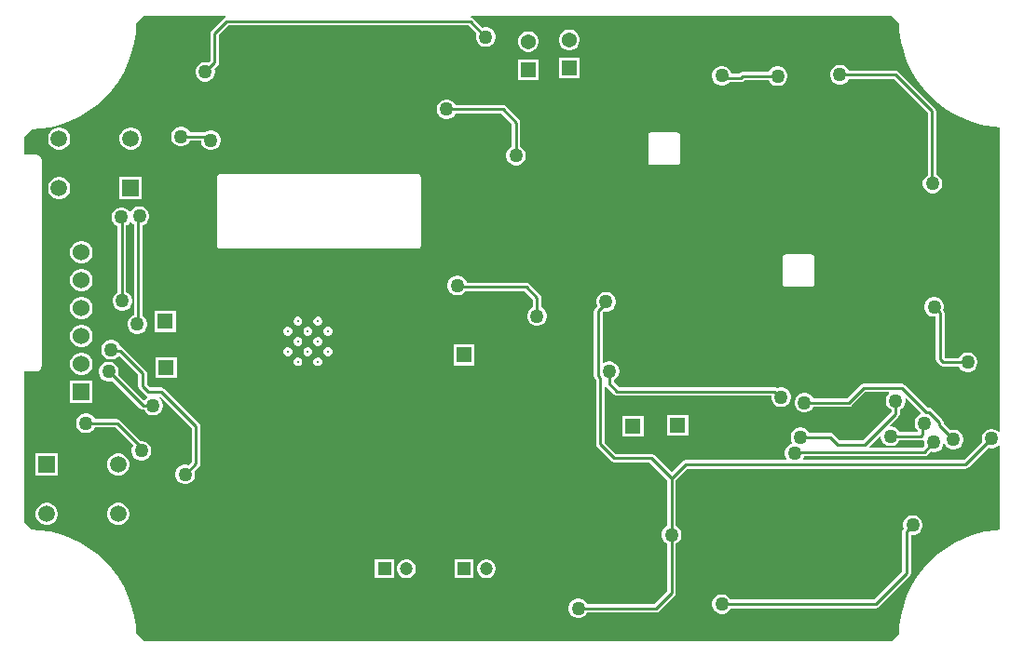
<source format=gbl>
G04*
G04 #@! TF.GenerationSoftware,Altium Limited,Altium Designer,22.5.1 (42)*
G04*
G04 Layer_Physical_Order=2*
G04 Layer_Color=16711680*
%FSLAX44Y44*%
%MOMM*%
G71*
G04*
G04 #@! TF.SameCoordinates,196CC927-6612-49A9-9877-457204B07366*
G04*
G04*
G04 #@! TF.FilePolarity,Positive*
G04*
G01*
G75*
%ADD15C,0.2540*%
%ADD72R,1.3700X1.3700*%
%ADD73C,0.3000*%
%ADD74C,1.2000*%
%ADD75R,1.2000X1.2000*%
%ADD76R,1.5000X1.5000*%
%ADD77C,1.5000*%
%ADD78R,1.5300X1.5300*%
%ADD79C,1.5300*%
%ADD80R,1.3700X1.3700*%
%ADD81C,1.3700*%
%ADD82C,1.2700*%
G36*
X355784Y265496D02*
X356143Y258184D01*
X357543Y248746D01*
X359862Y239490D01*
X363077Y230506D01*
X367156Y221880D01*
X372062Y213696D01*
X377746Y206031D01*
X384154Y198961D01*
X391224Y192553D01*
X398888Y186869D01*
X407072Y181964D01*
X415698Y177884D01*
X424682Y174669D01*
X433938Y172351D01*
X443377Y170951D01*
X447769Y170735D01*
Y-106226D01*
X446498Y-106752D01*
X445282Y-105535D01*
X443255Y-104365D01*
X440993Y-103759D01*
X438653D01*
X436392Y-104365D01*
X434365Y-105535D01*
X432709Y-107190D01*
X431539Y-109218D01*
X430933Y-111479D01*
Y-113819D01*
X431404Y-115575D01*
X414867Y-132111D01*
X268998D01*
X268397Y-130841D01*
X269306Y-129267D01*
X269503Y-128532D01*
X378676D01*
X380162Y-128236D01*
X381423Y-127394D01*
X384471Y-124346D01*
X386226Y-124817D01*
X388567D01*
X390828Y-124211D01*
X392855Y-123040D01*
X394510Y-121385D01*
X395681Y-119358D01*
X396139Y-117647D01*
X397502Y-117467D01*
X398277Y-118810D01*
X399932Y-120465D01*
X401959Y-121636D01*
X404221Y-122241D01*
X406561D01*
X408822Y-121636D01*
X410849Y-120465D01*
X412505Y-118810D01*
X413675Y-116783D01*
X414281Y-114522D01*
Y-112181D01*
X413675Y-109920D01*
X412505Y-107893D01*
X410849Y-106237D01*
X408822Y-105067D01*
X406561Y-104461D01*
X404221D01*
X402465Y-104932D01*
X396452Y-98918D01*
Y-97905D01*
X396156Y-96418D01*
X395314Y-95158D01*
X385809Y-85653D01*
X384548Y-84811D01*
X383062Y-84515D01*
X382048D01*
X361272Y-63738D01*
X360011Y-62896D01*
X358525Y-62601D01*
X323425D01*
X321938Y-62896D01*
X320678Y-63738D01*
X308501Y-75915D01*
X277918D01*
X277009Y-74341D01*
X275354Y-72686D01*
X273327Y-71516D01*
X271066Y-70910D01*
X268725D01*
X266464Y-71516D01*
X264437Y-72686D01*
X262782Y-74341D01*
X261611Y-76368D01*
X261006Y-78630D01*
Y-80970D01*
X261611Y-83231D01*
X262782Y-85259D01*
X264437Y-86914D01*
X266464Y-88084D01*
X268725Y-88690D01*
X271066D01*
X273327Y-88084D01*
X275354Y-86914D01*
X277009Y-85259D01*
X277918Y-83685D01*
X310110D01*
X311597Y-83389D01*
X312857Y-82547D01*
X325034Y-70370D01*
X346306D01*
X346833Y-71640D01*
X345572Y-72900D01*
X344402Y-74927D01*
X343796Y-77188D01*
Y-79529D01*
X344402Y-81790D01*
X345572Y-83817D01*
X347228Y-85472D01*
X348801Y-86381D01*
Y-88446D01*
X323052Y-114195D01*
X301642D01*
X295872Y-108425D01*
X294611Y-107583D01*
X293125Y-107287D01*
X274277D01*
X273368Y-105713D01*
X271713Y-104058D01*
X269686Y-102888D01*
X267425Y-102282D01*
X265084D01*
X262823Y-102888D01*
X260796Y-104058D01*
X259141Y-105713D01*
X257971Y-107741D01*
X257365Y-110002D01*
Y-112342D01*
X257971Y-114603D01*
X258736Y-115930D01*
X258201Y-117388D01*
X257590Y-117551D01*
X255563Y-118722D01*
X253908Y-120377D01*
X252737Y-122404D01*
X252132Y-124665D01*
Y-127006D01*
X252737Y-129267D01*
X253646Y-130841D01*
X253045Y-132111D01*
X161710D01*
X160224Y-132407D01*
X158963Y-133249D01*
X149208Y-143004D01*
X133716Y-127512D01*
X132456Y-126670D01*
X130969Y-126374D01*
X98561D01*
X88392Y-116206D01*
Y-79727D01*
X88392Y-79727D01*
Y-65356D01*
X89662Y-64971D01*
X89910Y-65342D01*
X97029Y-72461D01*
X98289Y-73303D01*
X99776Y-73599D01*
X239834D01*
X239886Y-73667D01*
Y-76008D01*
X240492Y-78269D01*
X241663Y-80296D01*
X243318Y-81951D01*
X245345Y-83121D01*
X247606Y-83727D01*
X249947D01*
X252208Y-83121D01*
X254235Y-81951D01*
X255890Y-80296D01*
X257061Y-78269D01*
X257666Y-76008D01*
Y-73667D01*
X257061Y-71406D01*
X255890Y-69379D01*
X254235Y-67723D01*
X252208Y-66553D01*
X249947Y-65947D01*
X247606D01*
X245345Y-66553D01*
X244804Y-66866D01*
X243695Y-66125D01*
X242209Y-65830D01*
X101385D01*
X96542Y-60986D01*
Y-59316D01*
X98116Y-58407D01*
X99771Y-56752D01*
X100941Y-54725D01*
X101547Y-52464D01*
Y-50123D01*
X100941Y-47862D01*
X99771Y-45835D01*
X98116Y-44180D01*
X96088Y-43009D01*
X93827Y-42403D01*
X91487D01*
X89226Y-43009D01*
X87652Y-43918D01*
X86382Y-43317D01*
Y1825D01*
X87853Y3297D01*
X88500Y3123D01*
X90841D01*
X93102Y3729D01*
X95129Y4899D01*
X96784Y6555D01*
X97954Y8582D01*
X98560Y10843D01*
Y13184D01*
X97954Y15445D01*
X96784Y17472D01*
X95129Y19127D01*
X93102Y20297D01*
X90841Y20903D01*
X88500D01*
X86239Y20297D01*
X84212Y19127D01*
X82556Y17472D01*
X81386Y15445D01*
X80780Y13184D01*
Y10843D01*
X81386Y8582D01*
X81666Y8097D01*
X79750Y6181D01*
X78908Y4921D01*
X78612Y3435D01*
Y-55502D01*
X78908Y-56989D01*
X79750Y-58249D01*
X80623Y-59122D01*
Y-79727D01*
X80623Y-79727D01*
Y-117815D01*
X80919Y-119301D01*
X81761Y-120561D01*
X94205Y-133005D01*
X95465Y-133848D01*
X96952Y-134143D01*
X129360D01*
X145324Y-150107D01*
Y-191979D01*
X143750Y-192888D01*
X142095Y-194543D01*
X140924Y-196570D01*
X140318Y-198831D01*
Y-201172D01*
X140924Y-203433D01*
X142095Y-205460D01*
X143750Y-207115D01*
X145324Y-208024D01*
Y-251091D01*
X133325Y-263091D01*
X72378D01*
X71469Y-261517D01*
X69814Y-259862D01*
X67787Y-258691D01*
X65526Y-258085D01*
X63185D01*
X60924Y-258691D01*
X58897Y-259862D01*
X57242Y-261517D01*
X56071Y-263544D01*
X55465Y-265805D01*
Y-268146D01*
X56071Y-270407D01*
X57242Y-272434D01*
X58897Y-274089D01*
X60924Y-275259D01*
X63185Y-275865D01*
X65526D01*
X67787Y-275259D01*
X69814Y-274089D01*
X71469Y-272434D01*
X72378Y-270860D01*
X134934D01*
X136420Y-270564D01*
X137681Y-269722D01*
X151955Y-255447D01*
X152797Y-254187D01*
X153093Y-252701D01*
Y-208024D01*
X154667Y-207115D01*
X156322Y-205460D01*
X157493Y-203433D01*
X158098Y-201172D01*
Y-198831D01*
X157493Y-196570D01*
X156322Y-194543D01*
X154667Y-192888D01*
X153093Y-191979D01*
Y-150107D01*
X163319Y-139880D01*
X416476D01*
X417963Y-139585D01*
X419223Y-138743D01*
X436897Y-121069D01*
X438653Y-121539D01*
X440993D01*
X443255Y-120933D01*
X445282Y-119763D01*
X446498Y-118546D01*
X447769Y-119072D01*
Y-195693D01*
X443377Y-195909D01*
X433938Y-197309D01*
X424682Y-199627D01*
X415698Y-202842D01*
X407072Y-206922D01*
X398888Y-211827D01*
X391224Y-217511D01*
X384154Y-223919D01*
X377746Y-230989D01*
X372062Y-238653D01*
X367156Y-246838D01*
X363077Y-255464D01*
X359862Y-264448D01*
X357543Y-273704D01*
X356143Y-283142D01*
X355784Y-290453D01*
X349179Y-297059D01*
X-329417D01*
X-337393Y-290222D01*
X-337741Y-283142D01*
X-339141Y-273704D01*
X-341460Y-264448D01*
X-344674Y-255464D01*
X-348754Y-246838D01*
X-353660Y-238653D01*
X-359344Y-230989D01*
X-365752Y-223919D01*
X-372822Y-217511D01*
X-380486Y-211827D01*
X-388670Y-206922D01*
X-397296Y-202842D01*
X-406280Y-199627D01*
X-415536Y-197309D01*
X-424975Y-195909D01*
X-432286Y-195550D01*
X-438891Y-188944D01*
Y-51749D01*
X-428155D01*
X-426189Y-51358D01*
X-424522Y-50244D01*
X-423408Y-48577D01*
X-423017Y-46610D01*
Y140715D01*
X-423408Y142681D01*
X-424522Y144348D01*
X-426189Y145462D01*
X-428155Y145854D01*
X-438891D01*
Y162399D01*
X-432286Y169004D01*
X-424975Y169363D01*
X-415536Y170763D01*
X-406280Y173082D01*
X-397296Y176297D01*
X-388670Y180376D01*
X-380486Y185282D01*
X-372822Y190966D01*
X-365752Y197374D01*
X-359344Y204444D01*
X-353660Y212108D01*
X-348754Y220292D01*
X-344674Y228918D01*
X-341460Y237902D01*
X-339141Y247158D01*
X-337741Y256597D01*
X-337371Y264134D01*
X-330542Y272101D01*
X-255876D01*
X-255751Y270831D01*
X-256520Y270678D01*
X-257780Y269836D01*
X-268836Y258781D01*
X-269678Y257520D01*
X-269974Y256034D01*
Y231237D01*
X-271577Y229633D01*
X-273332Y230104D01*
X-275673D01*
X-277934Y229498D01*
X-279961Y228328D01*
X-281617Y226672D01*
X-282787Y224645D01*
X-283393Y222384D01*
Y220043D01*
X-282787Y217782D01*
X-281617Y215755D01*
X-279961Y214100D01*
X-277934Y212929D01*
X-275673Y212324D01*
X-273332D01*
X-271071Y212929D01*
X-269044Y214100D01*
X-267389Y215755D01*
X-266219Y217782D01*
X-265613Y220043D01*
Y222384D01*
X-266083Y224140D01*
X-263342Y226881D01*
X-262500Y228141D01*
X-262204Y229628D01*
Y254425D01*
X-253424Y263204D01*
X-35486D01*
X-27995Y255713D01*
X-28465Y253958D01*
Y251617D01*
X-27859Y249356D01*
X-26689Y247329D01*
X-25034Y245673D01*
X-23006Y244503D01*
X-20745Y243897D01*
X-18405D01*
X-16144Y244503D01*
X-14116Y245673D01*
X-12461Y247329D01*
X-11291Y249356D01*
X-10685Y251617D01*
Y253958D01*
X-11291Y256219D01*
X-12461Y258246D01*
X-14116Y259901D01*
X-16144Y261071D01*
X-18405Y261677D01*
X-20745D01*
X-22501Y261207D01*
X-31130Y269836D01*
X-32390Y270678D01*
X-33160Y270831D01*
X-33035Y272101D01*
X349179D01*
X355784Y265496D01*
D02*
G37*
G36*
X375613Y-89067D02*
X375170Y-90421D01*
X373395Y-91446D01*
X371740Y-93101D01*
X370569Y-95128D01*
X369963Y-97389D01*
Y-99730D01*
X370569Y-101991D01*
X371740Y-104018D01*
X373109Y-105387D01*
X372729Y-106578D01*
X372671Y-106657D01*
X356132D01*
X355223Y-105083D01*
X353568Y-103428D01*
X351541Y-102258D01*
X349280Y-101652D01*
X348379D01*
X347853Y-100382D01*
X355433Y-92802D01*
X356275Y-91541D01*
X356571Y-90055D01*
Y-86381D01*
X358145Y-85472D01*
X359800Y-83817D01*
X360970Y-81790D01*
X361576Y-79529D01*
Y-77188D01*
X361444Y-76694D01*
X362582Y-76037D01*
X375613Y-89067D01*
D02*
G37*
G36*
X339219Y-110811D02*
Y-111712D01*
X339825Y-113973D01*
X340995Y-116000D01*
X342651Y-117656D01*
X344678Y-118826D01*
X346939Y-119432D01*
X349280D01*
X351541Y-118826D01*
X353568Y-117656D01*
X355223Y-116000D01*
X356132Y-114426D01*
X375696D01*
X377183Y-114131D01*
X377398Y-113987D01*
X378507Y-114756D01*
Y-117097D01*
X378977Y-118853D01*
X377067Y-120763D01*
X329131D01*
X328645Y-119590D01*
X337949Y-110285D01*
X339219Y-110811D01*
D02*
G37*
%LPC*%
G36*
X57397Y259616D02*
X54925D01*
X52537Y258976D01*
X50396Y257740D01*
X48647Y255992D01*
X47411Y253851D01*
X46771Y251462D01*
Y248990D01*
X47411Y246602D01*
X48647Y244461D01*
X50396Y242712D01*
X52537Y241476D01*
X54925Y240836D01*
X57397D01*
X59786Y241476D01*
X61927Y242712D01*
X63675Y244461D01*
X64911Y246602D01*
X65551Y248990D01*
Y251462D01*
X64911Y253851D01*
X63675Y255992D01*
X61927Y257740D01*
X59786Y258976D01*
X57397Y259616D01*
D02*
G37*
G36*
X20226Y258076D02*
X17753D01*
X15365Y257436D01*
X13224Y256199D01*
X11476Y254451D01*
X10239Y252310D01*
X9599Y249922D01*
Y247449D01*
X10239Y245061D01*
X11476Y242920D01*
X13224Y241172D01*
X15365Y239935D01*
X17753Y239296D01*
X20226D01*
X22614Y239935D01*
X24755Y241172D01*
X26503Y242920D01*
X27740Y245061D01*
X28379Y247449D01*
Y249922D01*
X27740Y252310D01*
X26503Y254451D01*
X24755Y256199D01*
X22614Y257436D01*
X20226Y258076D01*
D02*
G37*
G36*
X65551Y234216D02*
X46771D01*
Y215436D01*
X65551D01*
Y234216D01*
D02*
G37*
G36*
X28379Y232676D02*
X9599D01*
Y213896D01*
X28379D01*
Y232676D01*
D02*
G37*
G36*
X195927Y226387D02*
X193586D01*
X191325Y225781D01*
X189298Y224611D01*
X187643Y222955D01*
X186473Y220928D01*
X185867Y218667D01*
Y216327D01*
X186473Y214065D01*
X187643Y212038D01*
X189298Y210383D01*
X191325Y209213D01*
X193586Y208607D01*
X195927D01*
X198188Y209213D01*
X200215Y210383D01*
X201500Y211668D01*
X211852D01*
X213338Y211964D01*
X214599Y212806D01*
X215049Y213257D01*
X237472D01*
X238381Y211683D01*
X240036Y210028D01*
X242063Y208857D01*
X244324Y208252D01*
X246665D01*
X248926Y208857D01*
X250953Y210028D01*
X252608Y211683D01*
X253778Y213710D01*
X254384Y215971D01*
Y218312D01*
X253778Y220573D01*
X252608Y222600D01*
X250953Y224255D01*
X248926Y225426D01*
X246665Y226032D01*
X244324D01*
X242063Y225426D01*
X240036Y224255D01*
X238381Y222600D01*
X237472Y221026D01*
X213440D01*
X211954Y220730D01*
X210693Y219888D01*
X210243Y219438D01*
X203440D01*
X203041Y220928D01*
X201871Y222955D01*
X200215Y224611D01*
X198188Y225781D01*
X195927Y226387D01*
D02*
G37*
G36*
X-340999Y170399D02*
X-343643D01*
X-346197Y169715D01*
X-348486Y168393D01*
X-350355Y166524D01*
X-351677Y164235D01*
X-352361Y161681D01*
Y159038D01*
X-351677Y156484D01*
X-350355Y154195D01*
X-348486Y152325D01*
X-346197Y151004D01*
X-343643Y150319D01*
X-340999D01*
X-338446Y151004D01*
X-336157Y152325D01*
X-334287Y154195D01*
X-332965Y156484D01*
X-332281Y159038D01*
Y161681D01*
X-332965Y164235D01*
X-334287Y166524D01*
X-336157Y168393D01*
X-338446Y169715D01*
X-340999Y170399D01*
D02*
G37*
G36*
X-405999D02*
X-408643D01*
X-411197Y169715D01*
X-413486Y168393D01*
X-415355Y166524D01*
X-416677Y164235D01*
X-417361Y161681D01*
Y159038D01*
X-416677Y156484D01*
X-415355Y154195D01*
X-413486Y152325D01*
X-411197Y151004D01*
X-408643Y150319D01*
X-405999D01*
X-403446Y151004D01*
X-401157Y152325D01*
X-399287Y154195D01*
X-397965Y156484D01*
X-397281Y159038D01*
Y161681D01*
X-397965Y164235D01*
X-399287Y166524D01*
X-401157Y168393D01*
X-403446Y169715D01*
X-405999Y170399D01*
D02*
G37*
G36*
X-295437Y171252D02*
X-297778D01*
X-300039Y170646D01*
X-302066Y169476D01*
X-303721Y167821D01*
X-304891Y165794D01*
X-305497Y163533D01*
Y161192D01*
X-304891Y158931D01*
X-303721Y156904D01*
X-302066Y155249D01*
X-300039Y154078D01*
X-297778Y153472D01*
X-295437D01*
X-293176Y154078D01*
X-291149Y155249D01*
X-289494Y156904D01*
X-288585Y158478D01*
X-278484D01*
Y157812D01*
X-277878Y155552D01*
X-276708Y153524D01*
X-275052Y151869D01*
X-273025Y150699D01*
X-270764Y150093D01*
X-268423D01*
X-266162Y150699D01*
X-264135Y151869D01*
X-262480Y153524D01*
X-261310Y155552D01*
X-260704Y157812D01*
Y160153D01*
X-261310Y162414D01*
X-262480Y164442D01*
X-264135Y166097D01*
X-266162Y167267D01*
X-268423Y167873D01*
X-270764D01*
X-273025Y167267D01*
X-274792Y166247D01*
X-288585D01*
X-289494Y167821D01*
X-291149Y169476D01*
X-293176Y170646D01*
X-295437Y171252D01*
D02*
G37*
G36*
X154462Y165959D02*
X130462D01*
X129471Y165762D01*
X128631Y165200D01*
X128069Y164360D01*
X127872Y163369D01*
Y139369D01*
X128069Y138378D01*
X128631Y137538D01*
X129471Y136976D01*
X130462Y136779D01*
X154462D01*
X155453Y136976D01*
X156293Y137538D01*
X156855Y138378D01*
X157052Y139369D01*
Y163369D01*
X156855Y164360D01*
X156293Y165200D01*
X155453Y165762D01*
X154462Y165959D01*
D02*
G37*
G36*
X-54240Y195962D02*
X-56581D01*
X-58842Y195356D01*
X-60869Y194186D01*
X-62524Y192530D01*
X-63695Y190503D01*
X-64300Y188242D01*
Y185901D01*
X-63695Y183640D01*
X-62524Y181613D01*
X-60869Y179958D01*
X-58842Y178788D01*
X-56581Y178182D01*
X-54240D01*
X-51979Y178788D01*
X-49952Y179958D01*
X-48297Y181613D01*
X-47388Y183187D01*
X-5733D01*
X3968Y173485D01*
Y153019D01*
X2395Y152110D01*
X739Y150455D01*
X-431Y148428D01*
X-1037Y146167D01*
Y143826D01*
X-431Y141565D01*
X739Y139538D01*
X2395Y137883D01*
X4422Y136712D01*
X6683Y136106D01*
X9024D01*
X11285Y136712D01*
X13312Y137883D01*
X14967Y139538D01*
X16137Y141565D01*
X16743Y143826D01*
Y146167D01*
X16137Y148428D01*
X14967Y150455D01*
X13312Y152110D01*
X11738Y153019D01*
Y175094D01*
X11442Y176581D01*
X10600Y177841D01*
X-1377Y189819D01*
X-2638Y190661D01*
X-4124Y190956D01*
X-47388D01*
X-48297Y192530D01*
X-49952Y194186D01*
X-51979Y195356D01*
X-54240Y195962D01*
D02*
G37*
G36*
X303357Y227518D02*
X301016D01*
X298755Y226912D01*
X296728Y225742D01*
X295073Y224086D01*
X293902Y222059D01*
X293297Y219798D01*
Y217457D01*
X293902Y215196D01*
X295073Y213169D01*
X296728Y211514D01*
X298755Y210343D01*
X301016Y209738D01*
X303357D01*
X305618Y210343D01*
X307645Y211514D01*
X309300Y213169D01*
X310209Y214743D01*
X350920D01*
X381872Y183791D01*
Y127241D01*
X380956Y126713D01*
X379301Y125057D01*
X378130Y123030D01*
X377524Y120769D01*
Y118429D01*
X378130Y116167D01*
X379301Y114140D01*
X380956Y112485D01*
X382983Y111315D01*
X385244Y110709D01*
X387585D01*
X389846Y111315D01*
X391873Y112485D01*
X393528Y114140D01*
X394699Y116167D01*
X395304Y118429D01*
Y120769D01*
X394699Y123030D01*
X393528Y125057D01*
X391873Y126713D01*
X389846Y127883D01*
X389641Y127938D01*
Y185400D01*
X389345Y186887D01*
X388503Y188147D01*
X355276Y221375D01*
X354016Y222217D01*
X352529Y222512D01*
X310209D01*
X309300Y224086D01*
X307645Y225742D01*
X305618Y226912D01*
X303357Y227518D01*
D02*
G37*
G36*
X-332281Y125399D02*
X-352361D01*
Y105319D01*
X-332281D01*
Y125399D01*
D02*
G37*
G36*
X-405999D02*
X-408643D01*
X-411197Y124715D01*
X-413486Y123393D01*
X-415355Y121524D01*
X-416677Y119235D01*
X-417361Y116681D01*
Y114038D01*
X-416677Y111484D01*
X-415355Y109194D01*
X-413486Y107325D01*
X-411197Y106004D01*
X-408643Y105319D01*
X-405999D01*
X-403446Y106004D01*
X-401157Y107325D01*
X-399287Y109194D01*
X-397965Y111484D01*
X-397281Y114038D01*
Y116681D01*
X-397965Y119235D01*
X-399287Y121524D01*
X-401157Y123393D01*
X-403446Y124715D01*
X-405999Y125399D01*
D02*
G37*
G36*
X-333245Y98791D02*
X-335585D01*
X-337846Y98185D01*
X-339874Y97015D01*
X-341529Y95360D01*
X-342134Y94311D01*
X-343601D01*
X-343645Y94388D01*
X-345300Y96044D01*
X-347328Y97214D01*
X-349589Y97820D01*
X-351929D01*
X-354190Y97214D01*
X-356218Y96044D01*
X-357873Y94388D01*
X-359043Y92361D01*
X-359649Y90100D01*
Y87759D01*
X-359043Y85498D01*
X-357873Y83471D01*
X-356218Y81816D01*
X-354190Y80646D01*
X-354171Y80640D01*
Y20478D01*
X-355273Y19842D01*
X-356928Y18187D01*
X-358098Y16160D01*
X-358704Y13899D01*
Y11558D01*
X-358098Y9297D01*
X-356928Y7270D01*
X-355273Y5615D01*
X-353246Y4444D01*
X-350984Y3839D01*
X-348644D01*
X-346383Y4444D01*
X-344356Y5615D01*
X-342700Y7270D01*
X-341530Y9297D01*
X-340924Y11558D01*
Y13899D01*
X-341530Y16160D01*
X-342700Y18187D01*
X-344356Y19842D01*
X-346383Y21013D01*
X-346402Y21018D01*
Y81180D01*
X-345300Y81816D01*
X-343645Y83471D01*
X-343040Y84520D01*
X-341573D01*
X-341529Y84442D01*
X-339874Y82787D01*
X-339250Y82427D01*
Y-56D01*
X-339747Y-189D01*
X-341774Y-1360D01*
X-343430Y-3015D01*
X-344600Y-5042D01*
X-345206Y-7303D01*
Y-9644D01*
X-344600Y-11905D01*
X-343430Y-13932D01*
X-341774Y-15587D01*
X-339747Y-16758D01*
X-337486Y-17363D01*
X-335145D01*
X-332884Y-16758D01*
X-330857Y-15587D01*
X-329202Y-13932D01*
X-328032Y-11905D01*
X-327426Y-9644D01*
Y-7303D01*
X-328032Y-5042D01*
X-329202Y-3015D01*
X-330857Y-1360D01*
X-331481Y-1000D01*
Y81484D01*
X-330984Y81617D01*
X-328956Y82787D01*
X-327301Y84442D01*
X-326131Y86470D01*
X-325525Y88731D01*
Y91071D01*
X-326131Y93332D01*
X-327301Y95360D01*
X-328956Y97015D01*
X-330984Y98185D01*
X-333245Y98791D01*
D02*
G37*
G36*
X-81301Y128299D02*
X-261301D01*
X-262292Y128101D01*
X-263132Y127540D01*
X-263693Y126700D01*
X-263890Y125709D01*
Y62709D01*
X-263693Y61718D01*
X-263132Y60877D01*
X-262292Y60316D01*
X-261301Y60119D01*
X-81301D01*
X-80310Y60316D01*
X-79469Y60877D01*
X-78908Y61718D01*
X-78711Y62709D01*
Y125709D01*
X-78908Y126700D01*
X-79469Y127540D01*
X-80310Y128101D01*
X-81301Y128299D01*
D02*
G37*
G36*
X-385800Y67168D02*
X-388483D01*
X-391074Y66473D01*
X-393398Y65132D01*
X-395295Y63234D01*
X-396637Y60911D01*
X-397331Y58319D01*
Y55636D01*
X-396637Y53044D01*
X-395295Y50721D01*
X-393398Y48823D01*
X-391074Y47482D01*
X-388483Y46788D01*
X-385800D01*
X-383208Y47482D01*
X-380884Y48823D01*
X-378987Y50721D01*
X-377646Y53044D01*
X-376951Y55636D01*
Y58319D01*
X-377646Y60911D01*
X-378987Y63234D01*
X-380884Y65132D01*
X-383208Y66473D01*
X-385800Y67168D01*
D02*
G37*
G36*
X276462Y54959D02*
X252462D01*
X251471Y54762D01*
X250631Y54200D01*
X250069Y53360D01*
X249872Y52369D01*
Y28369D01*
X250069Y27378D01*
X250631Y26538D01*
X251471Y25976D01*
X252462Y25779D01*
X276462D01*
X277453Y25976D01*
X278293Y26538D01*
X278855Y27378D01*
X279052Y28369D01*
Y52369D01*
X278855Y53360D01*
X278293Y54200D01*
X277453Y54762D01*
X276462Y54959D01*
D02*
G37*
G36*
X-385800Y41768D02*
X-388483D01*
X-391074Y41073D01*
X-393398Y39732D01*
X-395295Y37834D01*
X-396637Y35511D01*
X-397331Y32919D01*
Y30236D01*
X-396637Y27644D01*
X-395295Y25321D01*
X-393398Y23424D01*
X-391074Y22082D01*
X-388483Y21388D01*
X-385800D01*
X-383208Y22082D01*
X-380884Y23424D01*
X-378987Y25321D01*
X-377646Y27644D01*
X-376951Y30236D01*
Y32919D01*
X-377646Y35511D01*
X-378987Y37834D01*
X-380884Y39732D01*
X-383208Y41073D01*
X-385800Y41768D01*
D02*
G37*
G36*
Y16367D02*
X-388483D01*
X-391074Y15673D01*
X-393398Y14332D01*
X-395295Y12434D01*
X-396637Y10111D01*
X-397331Y7519D01*
Y4836D01*
X-396637Y2244D01*
X-395295Y-79D01*
X-393398Y-1977D01*
X-391074Y-3318D01*
X-388483Y-4013D01*
X-385800D01*
X-383208Y-3318D01*
X-380884Y-1977D01*
X-378987Y-79D01*
X-377646Y2244D01*
X-376951Y4836D01*
Y7519D01*
X-377646Y10111D01*
X-378987Y12434D01*
X-380884Y14332D01*
X-383208Y15673D01*
X-385800Y16367D01*
D02*
G37*
G36*
X-171322Y-1801D02*
X-172929D01*
X-174414Y-2416D01*
X-175551Y-3553D01*
X-176166Y-5038D01*
Y-6645D01*
X-175551Y-8130D01*
X-174414Y-9266D01*
X-172929Y-9881D01*
X-171322D01*
X-169837Y-9266D01*
X-168701Y-8130D01*
X-168086Y-6645D01*
Y-5038D01*
X-168701Y-3553D01*
X-169837Y-2416D01*
X-171322Y-1801D01*
D02*
G37*
G36*
X-189672D02*
X-191279D01*
X-192764Y-2416D01*
X-193901Y-3553D01*
X-194516Y-5038D01*
Y-6645D01*
X-193901Y-8130D01*
X-192764Y-9266D01*
X-191279Y-9881D01*
X-189672D01*
X-188187Y-9266D01*
X-187051Y-8130D01*
X-186436Y-6645D01*
Y-5038D01*
X-187051Y-3553D01*
X-188187Y-2416D01*
X-189672Y-1801D01*
D02*
G37*
G36*
X-44279Y35563D02*
X-46620D01*
X-48881Y34957D01*
X-50908Y33786D01*
X-52563Y32131D01*
X-53734Y30104D01*
X-54339Y27843D01*
Y25502D01*
X-53734Y23241D01*
X-52563Y21214D01*
X-50908Y19559D01*
X-48881Y18388D01*
X-46620Y17782D01*
X-44279D01*
X-42018Y18388D01*
X-39991Y19559D01*
X-38336Y21214D01*
X-38229Y21399D01*
X15449D01*
X23046Y13802D01*
Y6870D01*
X21472Y5961D01*
X19817Y4306D01*
X18647Y2279D01*
X18041Y18D01*
Y-2323D01*
X18647Y-4584D01*
X19817Y-6611D01*
X21472Y-8266D01*
X23499Y-9437D01*
X25761Y-10042D01*
X28101D01*
X30362Y-9437D01*
X32389Y-8266D01*
X34045Y-6611D01*
X35215Y-4584D01*
X35821Y-2323D01*
Y18D01*
X35215Y2279D01*
X34045Y4306D01*
X32389Y5961D01*
X30815Y6870D01*
Y15411D01*
X30520Y16897D01*
X29678Y18158D01*
X19805Y28030D01*
X18545Y28872D01*
X17058Y29168D01*
X-36915D01*
X-37165Y30104D01*
X-38336Y32131D01*
X-39991Y33786D01*
X-42018Y34957D01*
X-44279Y35563D01*
D02*
G37*
G36*
X-301444Y3334D02*
X-320224D01*
Y-15446D01*
X-301444D01*
Y3334D01*
D02*
G37*
G36*
X-162147Y-10976D02*
X-163754D01*
X-165239Y-11591D01*
X-166376Y-12728D01*
X-166991Y-14213D01*
Y-15820D01*
X-166376Y-17305D01*
X-165239Y-18441D01*
X-163754Y-19056D01*
X-162147D01*
X-160662Y-18441D01*
X-159526Y-17305D01*
X-158911Y-15820D01*
Y-14213D01*
X-159526Y-12728D01*
X-160662Y-11591D01*
X-162147Y-10976D01*
D02*
G37*
G36*
X-180497D02*
X-182104D01*
X-183589Y-11591D01*
X-184726Y-12728D01*
X-185341Y-14213D01*
Y-15820D01*
X-184726Y-17305D01*
X-183589Y-18441D01*
X-182104Y-19056D01*
X-180497D01*
X-179012Y-18441D01*
X-177876Y-17305D01*
X-177261Y-15820D01*
Y-14213D01*
X-177876Y-12728D01*
X-179012Y-11591D01*
X-180497Y-10976D01*
D02*
G37*
G36*
X-198847D02*
X-200454D01*
X-201939Y-11591D01*
X-203076Y-12728D01*
X-203691Y-14213D01*
Y-15820D01*
X-203076Y-17305D01*
X-201939Y-18441D01*
X-200454Y-19056D01*
X-198847D01*
X-197362Y-18441D01*
X-196226Y-17305D01*
X-195611Y-15820D01*
Y-14213D01*
X-196226Y-12728D01*
X-197362Y-11591D01*
X-198847Y-10976D01*
D02*
G37*
G36*
X-171322Y-20151D02*
X-172929D01*
X-174414Y-20766D01*
X-175551Y-21903D01*
X-176166Y-23388D01*
Y-24995D01*
X-175551Y-26480D01*
X-174414Y-27616D01*
X-172929Y-28231D01*
X-171322D01*
X-169837Y-27616D01*
X-168701Y-26480D01*
X-168086Y-24995D01*
Y-23388D01*
X-168701Y-21903D01*
X-169837Y-20766D01*
X-171322Y-20151D01*
D02*
G37*
G36*
X-189672D02*
X-191279D01*
X-192764Y-20766D01*
X-193901Y-21903D01*
X-194516Y-23388D01*
Y-24995D01*
X-193901Y-26480D01*
X-192764Y-27616D01*
X-191279Y-28231D01*
X-189672D01*
X-188187Y-27616D01*
X-187051Y-26480D01*
X-186436Y-24995D01*
Y-23388D01*
X-187051Y-21903D01*
X-188187Y-20766D01*
X-189672Y-20151D01*
D02*
G37*
G36*
X-385800Y-9032D02*
X-388483D01*
X-391074Y-9727D01*
X-393398Y-11068D01*
X-395295Y-12966D01*
X-396637Y-15289D01*
X-397331Y-17881D01*
Y-20564D01*
X-396637Y-23156D01*
X-395295Y-25479D01*
X-393398Y-27376D01*
X-391074Y-28718D01*
X-388483Y-29413D01*
X-385800D01*
X-383208Y-28718D01*
X-380884Y-27376D01*
X-378987Y-25479D01*
X-377646Y-23156D01*
X-376951Y-20564D01*
Y-17881D01*
X-377646Y-15289D01*
X-378987Y-12966D01*
X-380884Y-11068D01*
X-383208Y-9727D01*
X-385800Y-9032D01*
D02*
G37*
G36*
X-162147Y-29326D02*
X-163754D01*
X-165239Y-29941D01*
X-166376Y-31078D01*
X-166991Y-32563D01*
Y-34170D01*
X-166376Y-35655D01*
X-165239Y-36791D01*
X-163754Y-37406D01*
X-162147D01*
X-160662Y-36791D01*
X-159526Y-35655D01*
X-158911Y-34170D01*
Y-32563D01*
X-159526Y-31078D01*
X-160662Y-29941D01*
X-162147Y-29326D01*
D02*
G37*
G36*
X-180497D02*
X-182104D01*
X-183589Y-29941D01*
X-184726Y-31078D01*
X-185341Y-32563D01*
Y-34170D01*
X-184726Y-35655D01*
X-183589Y-36791D01*
X-182104Y-37406D01*
X-180497D01*
X-179012Y-36791D01*
X-177876Y-35655D01*
X-177261Y-34170D01*
Y-32563D01*
X-177876Y-31078D01*
X-179012Y-29941D01*
X-180497Y-29326D01*
D02*
G37*
G36*
X-198847D02*
X-200454D01*
X-201939Y-29941D01*
X-203076Y-31078D01*
X-203691Y-32563D01*
Y-34170D01*
X-203076Y-35655D01*
X-201939Y-36791D01*
X-200454Y-37406D01*
X-198847D01*
X-197362Y-36791D01*
X-196226Y-35655D01*
X-195611Y-34170D01*
Y-32563D01*
X-196226Y-31078D01*
X-197362Y-29941D01*
X-198847Y-29326D01*
D02*
G37*
G36*
X-29737Y-27159D02*
X-48517D01*
Y-45939D01*
X-29737D01*
Y-27159D01*
D02*
G37*
G36*
X-171322Y-38501D02*
X-172929D01*
X-174414Y-39116D01*
X-175551Y-40253D01*
X-176166Y-41738D01*
Y-43345D01*
X-175551Y-44830D01*
X-174414Y-45966D01*
X-172929Y-46581D01*
X-171322D01*
X-169837Y-45966D01*
X-168701Y-44830D01*
X-168086Y-43345D01*
Y-41738D01*
X-168701Y-40253D01*
X-169837Y-39116D01*
X-171322Y-38501D01*
D02*
G37*
G36*
X-189672D02*
X-191279D01*
X-192764Y-39116D01*
X-193901Y-40253D01*
X-194516Y-41738D01*
Y-43345D01*
X-193901Y-44830D01*
X-192764Y-45966D01*
X-191279Y-46581D01*
X-189672D01*
X-188187Y-45966D01*
X-187051Y-44830D01*
X-186436Y-43345D01*
Y-41738D01*
X-187051Y-40253D01*
X-188187Y-39116D01*
X-189672Y-38501D01*
D02*
G37*
G36*
X388896Y16107D02*
X386555D01*
X384295Y15501D01*
X382267Y14330D01*
X380612Y12675D01*
X379442Y10648D01*
X378836Y8387D01*
Y6046D01*
X379442Y3785D01*
X380612Y1758D01*
X382267Y103D01*
X384295Y-1067D01*
X386555Y-1673D01*
X388896D01*
X389358Y-2028D01*
Y-40648D01*
X389654Y-42134D01*
X390496Y-43395D01*
X392836Y-45734D01*
X394096Y-46576D01*
X395582Y-46872D01*
X410247D01*
X411156Y-48446D01*
X412811Y-50101D01*
X414838Y-51271D01*
X417099Y-51877D01*
X419440D01*
X421701Y-51271D01*
X423728Y-50101D01*
X425383Y-48446D01*
X426554Y-46419D01*
X427160Y-44158D01*
Y-41817D01*
X426554Y-39556D01*
X425383Y-37529D01*
X423728Y-35873D01*
X421701Y-34703D01*
X419440Y-34097D01*
X417099D01*
X414838Y-34703D01*
X412811Y-35873D01*
X411156Y-37529D01*
X410247Y-39103D01*
X397191D01*
X397128Y-39039D01*
Y1699D01*
X396832Y3186D01*
X396131Y4236D01*
X396616Y6046D01*
Y8387D01*
X396010Y10648D01*
X394840Y12675D01*
X393185Y14330D01*
X391157Y15501D01*
X388896Y16107D01*
D02*
G37*
G36*
X-385800Y-34432D02*
X-388483D01*
X-391074Y-35127D01*
X-393398Y-36468D01*
X-395295Y-38366D01*
X-396637Y-40689D01*
X-397331Y-43281D01*
Y-45964D01*
X-396637Y-48556D01*
X-395295Y-50879D01*
X-393398Y-52776D01*
X-391074Y-54118D01*
X-388483Y-54812D01*
X-385800D01*
X-383208Y-54118D01*
X-380884Y-52776D01*
X-378987Y-50879D01*
X-377646Y-48556D01*
X-376951Y-45964D01*
Y-43281D01*
X-377646Y-40689D01*
X-378987Y-38366D01*
X-380884Y-36468D01*
X-383208Y-35127D01*
X-385800Y-34432D01*
D02*
G37*
G36*
X-300588Y-38761D02*
X-319368D01*
Y-57541D01*
X-300588D01*
Y-38761D01*
D02*
G37*
G36*
X-358988Y-22861D02*
X-361328D01*
X-363589Y-23467D01*
X-365617Y-24638D01*
X-367272Y-26293D01*
X-368442Y-28320D01*
X-369048Y-30581D01*
Y-32922D01*
X-368442Y-35183D01*
X-367272Y-37210D01*
X-365617Y-38865D01*
X-363589Y-40036D01*
X-361328Y-40641D01*
X-358988D01*
X-356727Y-40036D01*
X-354699Y-38865D01*
X-353044Y-37210D01*
X-352707Y-37166D01*
X-335334Y-54538D01*
Y-65108D01*
X-335038Y-66595D01*
X-334196Y-67855D01*
X-329225Y-72826D01*
X-327965Y-73668D01*
X-327164Y-73828D01*
X-326943Y-75166D01*
X-327519Y-75500D01*
X-329175Y-77155D01*
X-329342Y-77444D01*
X-330601Y-77610D01*
X-353799Y-54411D01*
X-353329Y-52656D01*
Y-50315D01*
X-353935Y-48054D01*
X-355105Y-46027D01*
X-356760Y-44372D01*
X-358787Y-43201D01*
X-361048Y-42595D01*
X-363389D01*
X-365650Y-43201D01*
X-367677Y-44372D01*
X-369333Y-46027D01*
X-370503Y-48054D01*
X-371109Y-50315D01*
Y-52656D01*
X-370503Y-54917D01*
X-369333Y-56944D01*
X-367677Y-58599D01*
X-365650Y-59770D01*
X-363389Y-60375D01*
X-361048D01*
X-359293Y-59905D01*
X-333838Y-85360D01*
X-332577Y-86202D01*
X-331091Y-86498D01*
X-330083D01*
X-329175Y-88072D01*
X-327519Y-89727D01*
X-325492Y-90897D01*
X-323231Y-91503D01*
X-320890D01*
X-318629Y-90897D01*
X-316602Y-89727D01*
X-314947Y-88072D01*
X-313777Y-86045D01*
X-313171Y-83784D01*
Y-81443D01*
X-313777Y-79182D01*
X-314947Y-77155D01*
X-316442Y-75659D01*
X-316372Y-74941D01*
X-316114Y-74315D01*
X-315638Y-74234D01*
X-286805Y-103067D01*
Y-133514D01*
X-289853Y-136562D01*
X-291609Y-136092D01*
X-293950D01*
X-296211Y-136698D01*
X-298238Y-137868D01*
X-299893Y-139523D01*
X-301064Y-141551D01*
X-301670Y-143812D01*
Y-146152D01*
X-301064Y-148413D01*
X-299893Y-150441D01*
X-298238Y-152096D01*
X-296211Y-153266D01*
X-293950Y-153872D01*
X-291609D01*
X-289348Y-153266D01*
X-287321Y-152096D01*
X-285666Y-150441D01*
X-284495Y-148413D01*
X-283889Y-146152D01*
Y-143812D01*
X-284360Y-142056D01*
X-280174Y-137870D01*
X-279331Y-136609D01*
X-279036Y-135123D01*
Y-101458D01*
X-279331Y-99972D01*
X-280174Y-98711D01*
X-311632Y-67253D01*
X-312892Y-66411D01*
X-314379Y-66115D01*
X-324948D01*
X-327565Y-63499D01*
Y-52929D01*
X-327860Y-51443D01*
X-328702Y-50183D01*
X-349002Y-29883D01*
X-350262Y-29041D01*
X-351748Y-28746D01*
X-351760D01*
X-351874Y-28320D01*
X-353044Y-26293D01*
X-354699Y-24638D01*
X-356727Y-23467D01*
X-358988Y-22861D01*
D02*
G37*
G36*
X-376951Y-59833D02*
X-397331D01*
Y-80212D01*
X-376951D01*
Y-59833D01*
D02*
G37*
G36*
X164261Y-90754D02*
X145481D01*
Y-109534D01*
X164261D01*
Y-90754D01*
D02*
G37*
G36*
X123617Y-91888D02*
X104837D01*
Y-110668D01*
X123617D01*
Y-91888D01*
D02*
G37*
G36*
X-381804Y-89784D02*
X-384144D01*
X-386405Y-90390D01*
X-388432Y-91560D01*
X-390088Y-93216D01*
X-391258Y-95243D01*
X-391864Y-97504D01*
Y-99845D01*
X-391258Y-102106D01*
X-390088Y-104133D01*
X-388432Y-105788D01*
X-386405Y-106958D01*
X-384144Y-107564D01*
X-381804D01*
X-379542Y-106958D01*
X-377515Y-105788D01*
X-375860Y-104133D01*
X-374951Y-102559D01*
X-356357D01*
X-340082Y-118834D01*
X-340853Y-120169D01*
X-341459Y-122430D01*
Y-124771D01*
X-340853Y-127032D01*
X-339682Y-129059D01*
X-338027Y-130714D01*
X-336000Y-131884D01*
X-333739Y-132490D01*
X-331398D01*
X-329137Y-131884D01*
X-327110Y-130714D01*
X-325455Y-129059D01*
X-324284Y-127032D01*
X-323679Y-124771D01*
Y-122430D01*
X-324284Y-120169D01*
X-325455Y-118142D01*
X-327110Y-116486D01*
X-329137Y-115316D01*
X-331398Y-114710D01*
X-333218D01*
X-352001Y-95927D01*
X-353261Y-95085D01*
X-354748Y-94789D01*
X-374951D01*
X-375860Y-93216D01*
X-377515Y-91560D01*
X-379542Y-90390D01*
X-381804Y-89784D01*
D02*
G37*
G36*
X-352229Y-126011D02*
X-354872D01*
X-357426Y-126695D01*
X-359715Y-128017D01*
X-361584Y-129886D01*
X-362906Y-132175D01*
X-363590Y-134729D01*
Y-137372D01*
X-362906Y-139926D01*
X-361584Y-142215D01*
X-359715Y-144085D01*
X-357426Y-145406D01*
X-354872Y-146091D01*
X-352229D01*
X-349675Y-145406D01*
X-347386Y-144085D01*
X-345516Y-142215D01*
X-344194Y-139926D01*
X-343510Y-137372D01*
Y-134729D01*
X-344194Y-132175D01*
X-345516Y-129886D01*
X-347386Y-128017D01*
X-349675Y-126695D01*
X-352229Y-126011D01*
D02*
G37*
G36*
X-408510D02*
X-428590D01*
Y-146091D01*
X-408510D01*
Y-126011D01*
D02*
G37*
G36*
X-352229Y-171011D02*
X-354872D01*
X-357426Y-171695D01*
X-359715Y-173017D01*
X-361584Y-174886D01*
X-362906Y-177175D01*
X-363590Y-179729D01*
Y-182372D01*
X-362906Y-184926D01*
X-361584Y-187215D01*
X-359715Y-189085D01*
X-357426Y-190406D01*
X-354872Y-191091D01*
X-352229D01*
X-349675Y-190406D01*
X-347386Y-189085D01*
X-345516Y-187215D01*
X-344194Y-184926D01*
X-343510Y-182372D01*
Y-179729D01*
X-344194Y-177175D01*
X-345516Y-174886D01*
X-347386Y-173017D01*
X-349675Y-171695D01*
X-352229Y-171011D01*
D02*
G37*
G36*
X-417229D02*
X-419872D01*
X-422426Y-171695D01*
X-424715Y-173017D01*
X-426584Y-174886D01*
X-427906Y-177175D01*
X-428590Y-179729D01*
Y-182372D01*
X-427906Y-184926D01*
X-426584Y-187215D01*
X-424715Y-189085D01*
X-422426Y-190406D01*
X-419872Y-191091D01*
X-417229D01*
X-414675Y-190406D01*
X-412386Y-189085D01*
X-410516Y-187215D01*
X-409194Y-184926D01*
X-408510Y-182372D01*
Y-179729D01*
X-409194Y-177175D01*
X-410516Y-174886D01*
X-412386Y-173017D01*
X-414675Y-171695D01*
X-417229Y-171011D01*
D02*
G37*
G36*
X-17980Y-222437D02*
X-20229D01*
X-22401Y-223019D01*
X-24348Y-224143D01*
X-25938Y-225733D01*
X-27063Y-227681D01*
X-27645Y-229853D01*
Y-232101D01*
X-27063Y-234273D01*
X-25938Y-236221D01*
X-24348Y-237811D01*
X-22401Y-238935D01*
X-20229Y-239517D01*
X-17980D01*
X-15808Y-238935D01*
X-13861Y-237811D01*
X-12271Y-236221D01*
X-11147Y-234273D01*
X-10565Y-232101D01*
Y-229853D01*
X-11147Y-227681D01*
X-12271Y-225733D01*
X-13861Y-224143D01*
X-15808Y-223019D01*
X-17980Y-222437D01*
D02*
G37*
G36*
X-30565D02*
X-47645D01*
Y-239517D01*
X-30565D01*
Y-222437D01*
D02*
G37*
G36*
X-90623Y-222437D02*
X-92871D01*
X-95043Y-223020D01*
X-96990Y-224144D01*
X-98581Y-225734D01*
X-99705Y-227681D01*
X-100287Y-229853D01*
Y-232102D01*
X-99705Y-234274D01*
X-98581Y-236221D01*
X-96990Y-237811D01*
X-95043Y-238936D01*
X-92871Y-239517D01*
X-90623D01*
X-88450Y-238936D01*
X-86503Y-237811D01*
X-84913Y-236221D01*
X-83789Y-234274D01*
X-83207Y-232102D01*
Y-229853D01*
X-83789Y-227681D01*
X-84913Y-225734D01*
X-86503Y-224144D01*
X-88450Y-223020D01*
X-90623Y-222437D01*
D02*
G37*
G36*
X-103207D02*
X-120287D01*
Y-239517D01*
X-103207D01*
Y-222437D01*
D02*
G37*
G36*
X369473Y-182278D02*
X367133D01*
X364872Y-182883D01*
X362845Y-184054D01*
X361189Y-185709D01*
X360019Y-187736D01*
X359413Y-189997D01*
Y-192338D01*
X359896Y-194139D01*
X359171Y-195224D01*
X358875Y-196711D01*
Y-233333D01*
X333058Y-259151D01*
X202933D01*
X202024Y-257577D01*
X200369Y-255922D01*
X198342Y-254751D01*
X196081Y-254146D01*
X193740D01*
X191479Y-254751D01*
X189452Y-255922D01*
X187797Y-257577D01*
X186627Y-259604D01*
X186021Y-261865D01*
Y-264206D01*
X186627Y-266467D01*
X187797Y-268494D01*
X189452Y-270149D01*
X191479Y-271320D01*
X193740Y-271926D01*
X196081D01*
X198342Y-271320D01*
X200369Y-270149D01*
X202024Y-268494D01*
X202933Y-266920D01*
X334667D01*
X336153Y-266625D01*
X337413Y-265782D01*
X365507Y-237689D01*
X366349Y-236429D01*
X366644Y-234942D01*
Y-200432D01*
X367133Y-200058D01*
X369473D01*
X371735Y-199452D01*
X373762Y-198281D01*
X375417Y-196626D01*
X376587Y-194599D01*
X377193Y-192338D01*
Y-189997D01*
X376587Y-187736D01*
X375417Y-185709D01*
X373762Y-184054D01*
X371735Y-182883D01*
X369473Y-182278D01*
D02*
G37*
%LPD*%
D15*
X-314379Y-70000D02*
X-282920Y-101458D01*
X-351748Y-32630D02*
X-331449Y-52929D01*
X-326398Y-70000D02*
X-314379D01*
X-326478Y-70079D02*
X-326398Y-70000D01*
X-331449Y-65108D02*
X-326478Y-70079D01*
X-331449Y-65108D02*
Y-52929D01*
X416476Y-135996D02*
X439823Y-112649D01*
X130969Y-130259D02*
X149208Y-148497D01*
Y-252701D02*
Y-200002D01*
X82497Y-55502D02*
X84508Y-57513D01*
X134934Y-266975D02*
X149208Y-252701D01*
X82497Y3435D02*
X89670Y10608D01*
Y12013D01*
X96952Y-130259D02*
X130969D01*
X84508Y-117815D02*
X96952Y-130259D01*
X84508Y-117815D02*
Y-79727D01*
X161710Y-135996D02*
X416476D01*
X149208Y-200002D02*
Y-148497D01*
X64356Y-266975D02*
X134934D01*
X84508Y-79727D02*
Y-57513D01*
X82497Y-55502D02*
Y3435D01*
X149208Y-148497D02*
X161710Y-135996D01*
X-292780Y-144982D02*
X-282920Y-135123D01*
Y-101458D01*
X-359279Y-32630D02*
X-351748D01*
X-360158Y-31751D02*
X-359279Y-32630D01*
X-266089Y256034D02*
X-255033Y267089D01*
X-266089Y229628D02*
Y256034D01*
X-274503Y221214D02*
X-266089Y229628D01*
X-33877Y267089D02*
X-19575Y252787D01*
X-255033Y267089D02*
X-33877D01*
X-272973Y162362D02*
X-269594Y158983D01*
X-296607Y162362D02*
X-272973D01*
X-332569Y-123600D02*
Y-120854D01*
X-354748Y-98674D02*
X-332569Y-120854D01*
X-382974Y-98674D02*
X-354748D01*
X92657Y-62595D02*
Y-51294D01*
Y-62595D02*
X99776Y-69714D01*
X242209D01*
X247332Y-74837D01*
X248776D01*
X362760Y-196711D02*
X368303Y-191168D01*
X362760Y-234942D02*
Y-196711D01*
X334667Y-263036D02*
X362760Y-234942D01*
X194911Y-263036D02*
X334667D01*
X261022Y-125836D02*
X262210Y-124648D01*
X378676D01*
X266255Y-111172D02*
X293125D01*
X300033Y-118080D01*
X378676Y-124648D02*
X387397Y-115927D01*
X300033Y-118080D02*
X324661D01*
X352686Y-90055D01*
Y-78359D01*
X323425Y-66485D02*
X358525D01*
X310110Y-79800D02*
X323425Y-66485D01*
X358525D02*
X380439Y-88400D01*
X383062D01*
X392567Y-97905D01*
X377518Y-108720D02*
Y-99895D01*
X378853Y-98560D01*
X392567Y-100527D02*
X405391Y-113351D01*
X392567Y-100527D02*
Y-97905D01*
X375696Y-110542D02*
X377518Y-108720D01*
X348109Y-110542D02*
X375696D01*
X269896Y-79800D02*
X310110D01*
X196701Y215553D02*
X211852D01*
X213440Y217142D01*
X194757Y217497D02*
X196701Y215553D01*
X213440Y217142D02*
X245494D01*
X385756Y120257D02*
X386414Y119599D01*
X385756Y120257D02*
Y185400D01*
X352529Y218628D02*
X385756Y185400D01*
X302187Y218628D02*
X352529D01*
X393243Y-40648D02*
X395582Y-42987D01*
X418270D01*
X393243Y-40648D02*
Y1699D01*
X387726Y7217D02*
X393243Y1699D01*
X7853Y144996D02*
Y175094D01*
X-4124Y187072D02*
X7853Y175094D01*
X-55410Y187072D02*
X-4124D01*
X-45450Y26672D02*
X-44060Y25283D01*
X17058D01*
X26931Y15411D01*
Y-1152D02*
Y15411D01*
X-350287Y13201D02*
Y88457D01*
Y13201D02*
X-349814Y12729D01*
X-350759Y88930D02*
X-350287Y88457D01*
X-335365Y-7523D02*
Y88951D01*
X-336316Y-8473D02*
X-335365Y-7523D01*
Y88951D02*
X-334415Y89901D01*
X-331091Y-82613D02*
X-322061D01*
X-362219Y-51485D02*
X-331091Y-82613D01*
D72*
X-309977Y-48151D02*
D03*
X-310834Y-6056D02*
D03*
X56161Y224826D02*
D03*
X18989Y223286D02*
D03*
D73*
X-190476Y-5841D02*
D03*
X-172126D02*
D03*
X-199651Y-15016D02*
D03*
X-181301D02*
D03*
X-162951D02*
D03*
X-190476Y-24191D02*
D03*
X-172126D02*
D03*
X-199651Y-33366D02*
D03*
X-181301D02*
D03*
X-162951D02*
D03*
X-190476Y-42541D02*
D03*
X-172126D02*
D03*
D74*
X-91747Y-230977D02*
D03*
X-19105Y-230977D02*
D03*
D75*
X-111747Y-230977D02*
D03*
X-39105Y-230977D02*
D03*
D76*
X-418550Y-136051D02*
D03*
X-342321Y115359D02*
D03*
D77*
X-353550Y-136051D02*
D03*
Y-181051D02*
D03*
X-418550D02*
D03*
X-407321Y115359D02*
D03*
Y160359D02*
D03*
X-342321D02*
D03*
D78*
X-387141Y-70023D02*
D03*
D79*
Y-44623D02*
D03*
Y-19223D02*
D03*
Y6177D02*
D03*
Y31577D02*
D03*
Y56978D02*
D03*
D80*
X-39127Y-36549D02*
D03*
X114227Y-101278D02*
D03*
X154871Y-100144D02*
D03*
D81*
X56161Y250226D02*
D03*
X18989Y248686D02*
D03*
D82*
X-19575Y252787D02*
D03*
X-274503Y221214D02*
D03*
X-269594Y158983D02*
D03*
X-296607Y162362D02*
D03*
X-332569Y-123600D02*
D03*
X-382974Y-98674D02*
D03*
X368303Y-191168D02*
D03*
X194911Y-263036D02*
D03*
X261022Y-125836D02*
D03*
X266255Y-111172D02*
D03*
X352686Y-78359D02*
D03*
X378853Y-98560D02*
D03*
X348109Y-110542D02*
D03*
X387397Y-115927D02*
D03*
X405391Y-113351D02*
D03*
X269896Y-79800D02*
D03*
X194757Y217497D02*
D03*
X245494Y217142D02*
D03*
X386414Y119599D02*
D03*
X302187Y218628D02*
D03*
X418270Y-42987D02*
D03*
X387726Y7217D02*
D03*
X439823Y-112649D02*
D03*
X7853Y144996D02*
D03*
X-55410Y187072D02*
D03*
X-45450Y26672D02*
D03*
X26931Y-1152D02*
D03*
X248776Y-74837D02*
D03*
X92657Y-51294D02*
D03*
X-350759Y88930D02*
D03*
X-349814Y12729D02*
D03*
X-336316Y-8473D02*
D03*
X-334415Y89901D02*
D03*
X-322061Y-82613D02*
D03*
X-362219Y-51485D02*
D03*
X-360158Y-31751D02*
D03*
X-292780Y-144982D02*
D03*
X89670Y12013D02*
D03*
X149208Y-200002D02*
D03*
X64356Y-266975D02*
D03*
M02*

</source>
